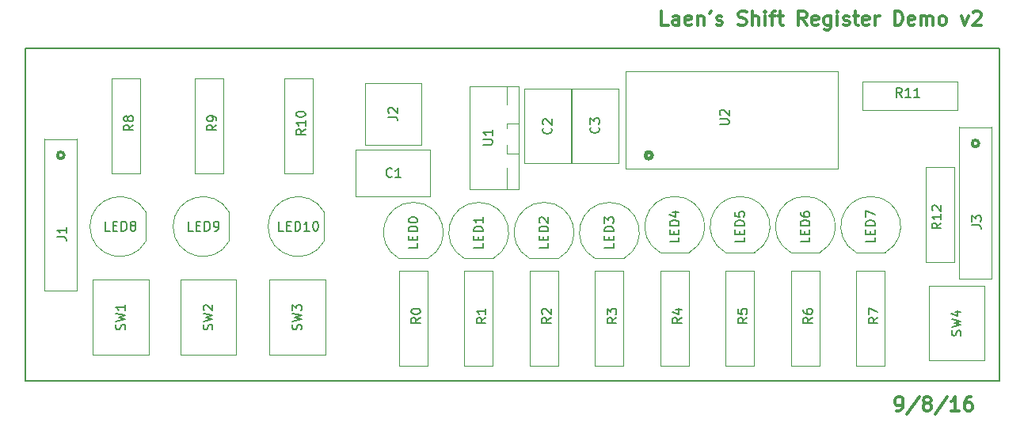
<source format=gbr>
G04 #@! TF.FileFunction,Other,Fab,Top*
%FSLAX46Y46*%
G04 Gerber Fmt 4.6, Leading zero omitted, Abs format (unit mm)*
G04 Created by KiCad (PCBNEW 4.0.3+e1-6302~38~ubuntu14.04.1-stable) date Thu Sep  8 17:13:21 2016*
%MOMM*%
%LPD*%
G01*
G04 APERTURE LIST*
%ADD10C,0.100000*%
%ADD11C,0.300000*%
%ADD12C,0.150000*%
%ADD13C,0.050000*%
%ADD14C,0.400000*%
G04 APERTURE END LIST*
D10*
D11*
X150813000Y-120401471D02*
X151098715Y-120401471D01*
X151241572Y-120330043D01*
X151313000Y-120258614D01*
X151455858Y-120044329D01*
X151527286Y-119758614D01*
X151527286Y-119187186D01*
X151455858Y-119044329D01*
X151384429Y-118972900D01*
X151241572Y-118901471D01*
X150955858Y-118901471D01*
X150813000Y-118972900D01*
X150741572Y-119044329D01*
X150670143Y-119187186D01*
X150670143Y-119544329D01*
X150741572Y-119687186D01*
X150813000Y-119758614D01*
X150955858Y-119830043D01*
X151241572Y-119830043D01*
X151384429Y-119758614D01*
X151455858Y-119687186D01*
X151527286Y-119544329D01*
X153241571Y-118830043D02*
X151955857Y-120758614D01*
X153955858Y-119544329D02*
X153813000Y-119472900D01*
X153741572Y-119401471D01*
X153670143Y-119258614D01*
X153670143Y-119187186D01*
X153741572Y-119044329D01*
X153813000Y-118972900D01*
X153955858Y-118901471D01*
X154241572Y-118901471D01*
X154384429Y-118972900D01*
X154455858Y-119044329D01*
X154527286Y-119187186D01*
X154527286Y-119258614D01*
X154455858Y-119401471D01*
X154384429Y-119472900D01*
X154241572Y-119544329D01*
X153955858Y-119544329D01*
X153813000Y-119615757D01*
X153741572Y-119687186D01*
X153670143Y-119830043D01*
X153670143Y-120115757D01*
X153741572Y-120258614D01*
X153813000Y-120330043D01*
X153955858Y-120401471D01*
X154241572Y-120401471D01*
X154384429Y-120330043D01*
X154455858Y-120258614D01*
X154527286Y-120115757D01*
X154527286Y-119830043D01*
X154455858Y-119687186D01*
X154384429Y-119615757D01*
X154241572Y-119544329D01*
X156241571Y-118830043D02*
X154955857Y-120758614D01*
X157527286Y-120401471D02*
X156670143Y-120401471D01*
X157098715Y-120401471D02*
X157098715Y-118901471D01*
X156955858Y-119115757D01*
X156813000Y-119258614D01*
X156670143Y-119330043D01*
X158813000Y-118901471D02*
X158527286Y-118901471D01*
X158384429Y-118972900D01*
X158313000Y-119044329D01*
X158170143Y-119258614D01*
X158098714Y-119544329D01*
X158098714Y-120115757D01*
X158170143Y-120258614D01*
X158241571Y-120330043D01*
X158384429Y-120401471D01*
X158670143Y-120401471D01*
X158813000Y-120330043D01*
X158884429Y-120258614D01*
X158955857Y-120115757D01*
X158955857Y-119758614D01*
X158884429Y-119615757D01*
X158813000Y-119544329D01*
X158670143Y-119472900D01*
X158384429Y-119472900D01*
X158241571Y-119544329D01*
X158170143Y-119615757D01*
X158098714Y-119758614D01*
X126426572Y-79126471D02*
X125712286Y-79126471D01*
X125712286Y-77626471D01*
X127569429Y-79126471D02*
X127569429Y-78340757D01*
X127498000Y-78197900D01*
X127355143Y-78126471D01*
X127069429Y-78126471D01*
X126926572Y-78197900D01*
X127569429Y-79055043D02*
X127426572Y-79126471D01*
X127069429Y-79126471D01*
X126926572Y-79055043D01*
X126855143Y-78912186D01*
X126855143Y-78769329D01*
X126926572Y-78626471D01*
X127069429Y-78555043D01*
X127426572Y-78555043D01*
X127569429Y-78483614D01*
X128855143Y-79055043D02*
X128712286Y-79126471D01*
X128426572Y-79126471D01*
X128283715Y-79055043D01*
X128212286Y-78912186D01*
X128212286Y-78340757D01*
X128283715Y-78197900D01*
X128426572Y-78126471D01*
X128712286Y-78126471D01*
X128855143Y-78197900D01*
X128926572Y-78340757D01*
X128926572Y-78483614D01*
X128212286Y-78626471D01*
X129569429Y-78126471D02*
X129569429Y-79126471D01*
X129569429Y-78269329D02*
X129640857Y-78197900D01*
X129783715Y-78126471D01*
X129998000Y-78126471D01*
X130140857Y-78197900D01*
X130212286Y-78340757D01*
X130212286Y-79126471D01*
X130998000Y-77626471D02*
X130855143Y-77912186D01*
X131569429Y-79055043D02*
X131712286Y-79126471D01*
X131998001Y-79126471D01*
X132140858Y-79055043D01*
X132212286Y-78912186D01*
X132212286Y-78840757D01*
X132140858Y-78697900D01*
X131998001Y-78626471D01*
X131783715Y-78626471D01*
X131640858Y-78555043D01*
X131569429Y-78412186D01*
X131569429Y-78340757D01*
X131640858Y-78197900D01*
X131783715Y-78126471D01*
X131998001Y-78126471D01*
X132140858Y-78197900D01*
X133926572Y-79055043D02*
X134140858Y-79126471D01*
X134498001Y-79126471D01*
X134640858Y-79055043D01*
X134712287Y-78983614D01*
X134783715Y-78840757D01*
X134783715Y-78697900D01*
X134712287Y-78555043D01*
X134640858Y-78483614D01*
X134498001Y-78412186D01*
X134212287Y-78340757D01*
X134069429Y-78269329D01*
X133998001Y-78197900D01*
X133926572Y-78055043D01*
X133926572Y-77912186D01*
X133998001Y-77769329D01*
X134069429Y-77697900D01*
X134212287Y-77626471D01*
X134569429Y-77626471D01*
X134783715Y-77697900D01*
X135426572Y-79126471D02*
X135426572Y-77626471D01*
X136069429Y-79126471D02*
X136069429Y-78340757D01*
X135998000Y-78197900D01*
X135855143Y-78126471D01*
X135640858Y-78126471D01*
X135498000Y-78197900D01*
X135426572Y-78269329D01*
X136783715Y-79126471D02*
X136783715Y-78126471D01*
X136783715Y-77626471D02*
X136712286Y-77697900D01*
X136783715Y-77769329D01*
X136855143Y-77697900D01*
X136783715Y-77626471D01*
X136783715Y-77769329D01*
X137283715Y-78126471D02*
X137855144Y-78126471D01*
X137498001Y-79126471D02*
X137498001Y-77840757D01*
X137569429Y-77697900D01*
X137712287Y-77626471D01*
X137855144Y-77626471D01*
X138140858Y-78126471D02*
X138712287Y-78126471D01*
X138355144Y-77626471D02*
X138355144Y-78912186D01*
X138426572Y-79055043D01*
X138569430Y-79126471D01*
X138712287Y-79126471D01*
X141212287Y-79126471D02*
X140712287Y-78412186D01*
X140355144Y-79126471D02*
X140355144Y-77626471D01*
X140926572Y-77626471D01*
X141069430Y-77697900D01*
X141140858Y-77769329D01*
X141212287Y-77912186D01*
X141212287Y-78126471D01*
X141140858Y-78269329D01*
X141069430Y-78340757D01*
X140926572Y-78412186D01*
X140355144Y-78412186D01*
X142426572Y-79055043D02*
X142283715Y-79126471D01*
X141998001Y-79126471D01*
X141855144Y-79055043D01*
X141783715Y-78912186D01*
X141783715Y-78340757D01*
X141855144Y-78197900D01*
X141998001Y-78126471D01*
X142283715Y-78126471D01*
X142426572Y-78197900D01*
X142498001Y-78340757D01*
X142498001Y-78483614D01*
X141783715Y-78626471D01*
X143783715Y-78126471D02*
X143783715Y-79340757D01*
X143712286Y-79483614D01*
X143640858Y-79555043D01*
X143498001Y-79626471D01*
X143283715Y-79626471D01*
X143140858Y-79555043D01*
X143783715Y-79055043D02*
X143640858Y-79126471D01*
X143355144Y-79126471D01*
X143212286Y-79055043D01*
X143140858Y-78983614D01*
X143069429Y-78840757D01*
X143069429Y-78412186D01*
X143140858Y-78269329D01*
X143212286Y-78197900D01*
X143355144Y-78126471D01*
X143640858Y-78126471D01*
X143783715Y-78197900D01*
X144498001Y-79126471D02*
X144498001Y-78126471D01*
X144498001Y-77626471D02*
X144426572Y-77697900D01*
X144498001Y-77769329D01*
X144569429Y-77697900D01*
X144498001Y-77626471D01*
X144498001Y-77769329D01*
X145140858Y-79055043D02*
X145283715Y-79126471D01*
X145569430Y-79126471D01*
X145712287Y-79055043D01*
X145783715Y-78912186D01*
X145783715Y-78840757D01*
X145712287Y-78697900D01*
X145569430Y-78626471D01*
X145355144Y-78626471D01*
X145212287Y-78555043D01*
X145140858Y-78412186D01*
X145140858Y-78340757D01*
X145212287Y-78197900D01*
X145355144Y-78126471D01*
X145569430Y-78126471D01*
X145712287Y-78197900D01*
X146212287Y-78126471D02*
X146783716Y-78126471D01*
X146426573Y-77626471D02*
X146426573Y-78912186D01*
X146498001Y-79055043D01*
X146640859Y-79126471D01*
X146783716Y-79126471D01*
X147855144Y-79055043D02*
X147712287Y-79126471D01*
X147426573Y-79126471D01*
X147283716Y-79055043D01*
X147212287Y-78912186D01*
X147212287Y-78340757D01*
X147283716Y-78197900D01*
X147426573Y-78126471D01*
X147712287Y-78126471D01*
X147855144Y-78197900D01*
X147926573Y-78340757D01*
X147926573Y-78483614D01*
X147212287Y-78626471D01*
X148569430Y-79126471D02*
X148569430Y-78126471D01*
X148569430Y-78412186D02*
X148640858Y-78269329D01*
X148712287Y-78197900D01*
X148855144Y-78126471D01*
X148998001Y-78126471D01*
X150640858Y-79126471D02*
X150640858Y-77626471D01*
X150998001Y-77626471D01*
X151212286Y-77697900D01*
X151355144Y-77840757D01*
X151426572Y-77983614D01*
X151498001Y-78269329D01*
X151498001Y-78483614D01*
X151426572Y-78769329D01*
X151355144Y-78912186D01*
X151212286Y-79055043D01*
X150998001Y-79126471D01*
X150640858Y-79126471D01*
X152712286Y-79055043D02*
X152569429Y-79126471D01*
X152283715Y-79126471D01*
X152140858Y-79055043D01*
X152069429Y-78912186D01*
X152069429Y-78340757D01*
X152140858Y-78197900D01*
X152283715Y-78126471D01*
X152569429Y-78126471D01*
X152712286Y-78197900D01*
X152783715Y-78340757D01*
X152783715Y-78483614D01*
X152069429Y-78626471D01*
X153426572Y-79126471D02*
X153426572Y-78126471D01*
X153426572Y-78269329D02*
X153498000Y-78197900D01*
X153640858Y-78126471D01*
X153855143Y-78126471D01*
X153998000Y-78197900D01*
X154069429Y-78340757D01*
X154069429Y-79126471D01*
X154069429Y-78340757D02*
X154140858Y-78197900D01*
X154283715Y-78126471D01*
X154498000Y-78126471D01*
X154640858Y-78197900D01*
X154712286Y-78340757D01*
X154712286Y-79126471D01*
X155640858Y-79126471D02*
X155498000Y-79055043D01*
X155426572Y-78983614D01*
X155355143Y-78840757D01*
X155355143Y-78412186D01*
X155426572Y-78269329D01*
X155498000Y-78197900D01*
X155640858Y-78126471D01*
X155855143Y-78126471D01*
X155998000Y-78197900D01*
X156069429Y-78269329D01*
X156140858Y-78412186D01*
X156140858Y-78840757D01*
X156069429Y-78983614D01*
X155998000Y-79055043D01*
X155855143Y-79126471D01*
X155640858Y-79126471D01*
X157783715Y-78126471D02*
X158140858Y-79126471D01*
X158498000Y-78126471D01*
X158998000Y-77769329D02*
X159069429Y-77697900D01*
X159212286Y-77626471D01*
X159569429Y-77626471D01*
X159712286Y-77697900D01*
X159783715Y-77769329D01*
X159855143Y-77912186D01*
X159855143Y-78055043D01*
X159783715Y-78269329D01*
X158926572Y-79126471D01*
X159855143Y-79126471D01*
D12*
X57658000Y-81622900D02*
X161798000Y-81622900D01*
X57658000Y-117182900D02*
X57658000Y-81622900D01*
X161798000Y-117182900D02*
X57658000Y-117182900D01*
X161798000Y-81622900D02*
X161798000Y-117182900D01*
D13*
X100988000Y-97457900D02*
X92988000Y-97457900D01*
X100988000Y-92457900D02*
X100988000Y-97457900D01*
X92988000Y-92457900D02*
X100988000Y-92457900D01*
X92988000Y-97457900D02*
X92988000Y-92457900D01*
X132541068Y-103441149D02*
G75*
G02X135644228Y-103442900I1553160J2798249D01*
G01*
X132544228Y-103442900D02*
X135644228Y-103442900D01*
X111038000Y-93917900D02*
X111038000Y-85917900D01*
X116038000Y-93917900D02*
X111038000Y-93917900D01*
X116038000Y-85917900D02*
X116038000Y-93917900D01*
X111038000Y-85917900D02*
X116038000Y-85917900D01*
X121118000Y-85917900D02*
X121118000Y-93917900D01*
X116118000Y-85917900D02*
X121118000Y-85917900D01*
X116118000Y-93917900D02*
X116118000Y-85917900D01*
X121118000Y-93917900D02*
X116118000Y-93917900D01*
D11*
X61827210Y-93052900D02*
G75*
G03X61827210Y-93052900I-359210J0D01*
G01*
D13*
X59718000Y-91302900D02*
X59718000Y-107502900D01*
X59708000Y-91312900D02*
X63208000Y-91312900D01*
X63198000Y-91292900D02*
X63198000Y-107492900D01*
X59698000Y-107482900D02*
X63198000Y-107482900D01*
X100048000Y-85307900D02*
X100040440Y-91907900D01*
X100048000Y-85307900D02*
X93998000Y-85307900D01*
X100048000Y-91907900D02*
X93998000Y-91907900D01*
X93998000Y-85307900D02*
X93998000Y-91907900D01*
D11*
X159617210Y-91782900D02*
G75*
G03X159617210Y-91782900I-359210J0D01*
G01*
D13*
X157508000Y-90032900D02*
X157508000Y-106232900D01*
X157498000Y-90042900D02*
X160998000Y-90042900D01*
X160988000Y-90022900D02*
X160988000Y-106222900D01*
X157488000Y-106212900D02*
X160988000Y-106212900D01*
X97645228Y-115566936D02*
X97645228Y-105406936D01*
X100693228Y-115566936D02*
X97645228Y-115566936D01*
X100693228Y-105406936D02*
X100693228Y-115566936D01*
X97645228Y-105406936D02*
X100693228Y-105406936D01*
X104630228Y-115566936D02*
X104630228Y-105406936D01*
X107678228Y-115566936D02*
X104630228Y-115566936D01*
X107678228Y-105406936D02*
X107678228Y-115566936D01*
X104630228Y-105406936D02*
X107678228Y-105406936D01*
X111615228Y-115566936D02*
X111615228Y-105406936D01*
X114663228Y-115566936D02*
X111615228Y-115566936D01*
X114663228Y-105406936D02*
X114663228Y-115566936D01*
X111615228Y-105406936D02*
X114663228Y-105406936D01*
X118600228Y-115566936D02*
X118600228Y-105406936D01*
X121648228Y-115566936D02*
X118600228Y-115566936D01*
X121648228Y-105406936D02*
X121648228Y-115566936D01*
X118600228Y-105406936D02*
X121648228Y-105406936D01*
X125585228Y-115566936D02*
X125585228Y-105406936D01*
X128633228Y-115566936D02*
X125585228Y-115566936D01*
X128633228Y-105406936D02*
X128633228Y-115566936D01*
X125585228Y-105406936D02*
X128633228Y-105406936D01*
X132570228Y-115566936D02*
X132570228Y-105406936D01*
X135618228Y-115566936D02*
X132570228Y-115566936D01*
X135618228Y-105406936D02*
X135618228Y-115566936D01*
X132570228Y-105406936D02*
X135618228Y-105406936D01*
X139555228Y-115566936D02*
X139555228Y-105406936D01*
X142603228Y-115566936D02*
X139555228Y-115566936D01*
X142603228Y-105406936D02*
X142603228Y-115566936D01*
X139555228Y-105406936D02*
X142603228Y-105406936D01*
X146540228Y-115566936D02*
X146540228Y-105406936D01*
X149588228Y-115566936D02*
X146540228Y-115566936D01*
X149588228Y-105406936D02*
X149588228Y-115566936D01*
X146540228Y-105406936D02*
X149588228Y-105406936D01*
X66929000Y-94957900D02*
X66929000Y-84797900D01*
X69977000Y-94957900D02*
X66929000Y-94957900D01*
X69977000Y-84797900D02*
X69977000Y-94957900D01*
X66929000Y-84797900D02*
X69977000Y-84797900D01*
X75819000Y-94957900D02*
X75819000Y-84797900D01*
X78867000Y-94957900D02*
X75819000Y-94957900D01*
X78867000Y-84797900D02*
X78867000Y-94957900D01*
X75819000Y-84797900D02*
X78867000Y-84797900D01*
X85344000Y-94957900D02*
X85344000Y-84797900D01*
X88392000Y-94957900D02*
X85344000Y-94957900D01*
X88392000Y-84797900D02*
X88392000Y-94957900D01*
X85344000Y-84797900D02*
X88392000Y-84797900D01*
X157353000Y-88226900D02*
X147193000Y-88226900D01*
X157353000Y-85178900D02*
X157353000Y-88226900D01*
X147193000Y-85178900D02*
X157353000Y-85178900D01*
X147193000Y-88226900D02*
X147193000Y-85178900D01*
X156972000Y-94322900D02*
X156972000Y-104482900D01*
X153924000Y-94322900D02*
X156972000Y-94322900D01*
X153924000Y-104482900D02*
X153924000Y-94322900D01*
X156972000Y-104482900D02*
X153924000Y-104482900D01*
X70913000Y-106372900D02*
X64913000Y-106372900D01*
X70913000Y-114372900D02*
X70913000Y-106372900D01*
X64913000Y-114372900D02*
X70913000Y-114372900D01*
X64913000Y-106372900D02*
X64913000Y-114372900D01*
X80248000Y-106372900D02*
X74248000Y-106372900D01*
X80248000Y-114372900D02*
X80248000Y-106372900D01*
X74248000Y-114372900D02*
X80248000Y-114372900D01*
X74248000Y-106372900D02*
X74248000Y-114372900D01*
X89773000Y-106372900D02*
X83773000Y-106372900D01*
X89773000Y-114372900D02*
X89773000Y-106372900D01*
X83773000Y-114372900D02*
X89773000Y-114372900D01*
X83773000Y-106372900D02*
X83773000Y-114372900D01*
X154258000Y-115007900D02*
X160258000Y-115007900D01*
X154258000Y-107007900D02*
X154258000Y-115007900D01*
X160258000Y-107007900D02*
X154258000Y-107007900D01*
X160258000Y-115007900D02*
X160258000Y-107007900D01*
X109188000Y-87647900D02*
X109188000Y-85647900D01*
X109188000Y-89647900D02*
X110438000Y-89647900D01*
X109188000Y-90147900D02*
X109188000Y-89647900D01*
X109188000Y-92897900D02*
X110438000Y-92897900D01*
X109188000Y-92897900D02*
X109188000Y-91897900D01*
X109188000Y-96647900D02*
X109188000Y-94397900D01*
X110188000Y-96647900D02*
X110438000Y-96647900D01*
X110438000Y-96647900D02*
X110438000Y-85647900D01*
X105188000Y-85647900D02*
X110438000Y-85647900D01*
X105188000Y-96647900D02*
X105188000Y-85647900D01*
X105438000Y-96647900D02*
X105188000Y-96647900D01*
X110188000Y-96647900D02*
X105438000Y-96647900D01*
D14*
X124692210Y-93052900D02*
G75*
G03X124692210Y-93052900I-359210J0D01*
G01*
D13*
X121883000Y-84052900D02*
X144583000Y-84052900D01*
X144583000Y-94452900D02*
X144583000Y-84052900D01*
X121883000Y-94452900D02*
X144583000Y-94452900D01*
X121883000Y-94452900D02*
X121883000Y-84052900D01*
X146511068Y-103441149D02*
G75*
G02X149614228Y-103442900I1553160J2798249D01*
G01*
X146514228Y-103442900D02*
X149614228Y-103442900D01*
X139526068Y-103441149D02*
G75*
G02X142629228Y-103442900I1553160J2798249D01*
G01*
X139529228Y-103442900D02*
X142629228Y-103442900D01*
X125556068Y-103441149D02*
G75*
G02X128659228Y-103442900I1553160J2798249D01*
G01*
X125559228Y-103442900D02*
X128659228Y-103442900D01*
X118571068Y-104076149D02*
G75*
G02X121674228Y-104077900I1553160J2798249D01*
G01*
X118574228Y-104077900D02*
X121674228Y-104077900D01*
X111586068Y-104076149D02*
G75*
G02X114689228Y-104077900I1553160J2798249D01*
G01*
X111589228Y-104077900D02*
X114689228Y-104077900D01*
X104601068Y-104076149D02*
G75*
G02X107704228Y-104077900I1553160J2798249D01*
G01*
X104604228Y-104077900D02*
X107704228Y-104077900D01*
X97616068Y-104076149D02*
G75*
G02X100719228Y-104077900I1553160J2798249D01*
G01*
X97619228Y-104077900D02*
X100719228Y-104077900D01*
X89636249Y-102226060D02*
G75*
G02X89638000Y-99122900I-2798249J1553160D01*
G01*
X89638000Y-102222900D02*
X89638000Y-99122900D01*
X79476249Y-102226060D02*
G75*
G02X79478000Y-99122900I-2798249J1553160D01*
G01*
X79478000Y-102222900D02*
X79478000Y-99122900D01*
X70586249Y-102226060D02*
G75*
G02X70588000Y-99122900I-2798249J1553160D01*
G01*
X70588000Y-102222900D02*
X70588000Y-99122900D01*
D12*
X96871334Y-95315043D02*
X96823715Y-95362662D01*
X96680858Y-95410281D01*
X96585620Y-95410281D01*
X96442762Y-95362662D01*
X96347524Y-95267424D01*
X96299905Y-95172186D01*
X96252286Y-94981710D01*
X96252286Y-94838852D01*
X96299905Y-94648376D01*
X96347524Y-94553138D01*
X96442762Y-94457900D01*
X96585620Y-94410281D01*
X96680858Y-94410281D01*
X96823715Y-94457900D01*
X96871334Y-94505519D01*
X97823715Y-95410281D02*
X97252286Y-95410281D01*
X97538000Y-95410281D02*
X97538000Y-94410281D01*
X97442762Y-94553138D01*
X97347524Y-94648376D01*
X97252286Y-94695995D01*
X134546609Y-101811947D02*
X134546609Y-102288138D01*
X133546609Y-102288138D01*
X134022799Y-101478614D02*
X134022799Y-101145280D01*
X134546609Y-101002423D02*
X134546609Y-101478614D01*
X133546609Y-101478614D01*
X133546609Y-101002423D01*
X134546609Y-100573852D02*
X133546609Y-100573852D01*
X133546609Y-100335757D01*
X133594228Y-100192899D01*
X133689466Y-100097661D01*
X133784704Y-100050042D01*
X133975180Y-100002423D01*
X134118038Y-100002423D01*
X134308514Y-100050042D01*
X134403752Y-100097661D01*
X134498990Y-100192899D01*
X134546609Y-100335757D01*
X134546609Y-100573852D01*
X133546609Y-99097661D02*
X133546609Y-99573852D01*
X134022799Y-99621471D01*
X133975180Y-99573852D01*
X133927561Y-99478614D01*
X133927561Y-99240518D01*
X133975180Y-99145280D01*
X134022799Y-99097661D01*
X134118038Y-99050042D01*
X134356133Y-99050042D01*
X134451371Y-99097661D01*
X134498990Y-99145280D01*
X134546609Y-99240518D01*
X134546609Y-99478614D01*
X134498990Y-99573852D01*
X134451371Y-99621471D01*
X113895143Y-90134566D02*
X113942762Y-90182185D01*
X113990381Y-90325042D01*
X113990381Y-90420280D01*
X113942762Y-90563138D01*
X113847524Y-90658376D01*
X113752286Y-90705995D01*
X113561810Y-90753614D01*
X113418952Y-90753614D01*
X113228476Y-90705995D01*
X113133238Y-90658376D01*
X113038000Y-90563138D01*
X112990381Y-90420280D01*
X112990381Y-90325042D01*
X113038000Y-90182185D01*
X113085619Y-90134566D01*
X113085619Y-89753614D02*
X113038000Y-89705995D01*
X112990381Y-89610757D01*
X112990381Y-89372661D01*
X113038000Y-89277423D01*
X113085619Y-89229804D01*
X113180857Y-89182185D01*
X113276095Y-89182185D01*
X113418952Y-89229804D01*
X113990381Y-89801233D01*
X113990381Y-89182185D01*
X118975143Y-90034566D02*
X119022762Y-90082185D01*
X119070381Y-90225042D01*
X119070381Y-90320280D01*
X119022762Y-90463138D01*
X118927524Y-90558376D01*
X118832286Y-90605995D01*
X118641810Y-90653614D01*
X118498952Y-90653614D01*
X118308476Y-90605995D01*
X118213238Y-90558376D01*
X118118000Y-90463138D01*
X118070381Y-90320280D01*
X118070381Y-90225042D01*
X118118000Y-90082185D01*
X118165619Y-90034566D01*
X118070381Y-89701233D02*
X118070381Y-89082185D01*
X118451333Y-89415519D01*
X118451333Y-89272661D01*
X118498952Y-89177423D01*
X118546571Y-89129804D01*
X118641810Y-89082185D01*
X118879905Y-89082185D01*
X118975143Y-89129804D01*
X119022762Y-89177423D01*
X119070381Y-89272661D01*
X119070381Y-89558376D01*
X119022762Y-89653614D01*
X118975143Y-89701233D01*
X61090381Y-101776233D02*
X61804667Y-101776233D01*
X61947524Y-101823853D01*
X62042762Y-101919091D01*
X62090381Y-102061948D01*
X62090381Y-102157186D01*
X62090381Y-100776233D02*
X62090381Y-101347662D01*
X62090381Y-101061948D02*
X61090381Y-101061948D01*
X61233238Y-101157186D01*
X61328476Y-101252424D01*
X61376095Y-101347662D01*
X96480381Y-88941233D02*
X97194667Y-88941233D01*
X97337524Y-88988853D01*
X97432762Y-89084091D01*
X97480381Y-89226948D01*
X97480381Y-89322186D01*
X96575619Y-88512662D02*
X96528000Y-88465043D01*
X96480381Y-88369805D01*
X96480381Y-88131709D01*
X96528000Y-88036471D01*
X96575619Y-87988852D01*
X96670857Y-87941233D01*
X96766095Y-87941233D01*
X96908952Y-87988852D01*
X97480381Y-88560281D01*
X97480381Y-87941233D01*
X158880381Y-100506233D02*
X159594667Y-100506233D01*
X159737524Y-100553853D01*
X159832762Y-100649091D01*
X159880381Y-100791948D01*
X159880381Y-100887186D01*
X158880381Y-100125281D02*
X158880381Y-99506233D01*
X159261333Y-99839567D01*
X159261333Y-99696709D01*
X159308952Y-99601471D01*
X159356571Y-99553852D01*
X159451810Y-99506233D01*
X159689905Y-99506233D01*
X159785143Y-99553852D01*
X159832762Y-99601471D01*
X159880381Y-99696709D01*
X159880381Y-99982424D01*
X159832762Y-100077662D01*
X159785143Y-100125281D01*
X99931489Y-110404682D02*
X99455298Y-110738016D01*
X99931489Y-110976111D02*
X98931489Y-110976111D01*
X98931489Y-110595158D01*
X98979108Y-110499920D01*
X99026727Y-110452301D01*
X99121965Y-110404682D01*
X99264822Y-110404682D01*
X99360060Y-110452301D01*
X99407679Y-110499920D01*
X99455298Y-110595158D01*
X99455298Y-110976111D01*
X98931489Y-109785635D02*
X98931489Y-109690396D01*
X98979108Y-109595158D01*
X99026727Y-109547539D01*
X99121965Y-109499920D01*
X99312441Y-109452301D01*
X99550537Y-109452301D01*
X99741013Y-109499920D01*
X99836251Y-109547539D01*
X99883870Y-109595158D01*
X99931489Y-109690396D01*
X99931489Y-109785635D01*
X99883870Y-109880873D01*
X99836251Y-109928492D01*
X99741013Y-109976111D01*
X99550537Y-110023730D01*
X99312441Y-110023730D01*
X99121965Y-109976111D01*
X99026727Y-109928492D01*
X98979108Y-109880873D01*
X98931489Y-109785635D01*
X106916489Y-110404682D02*
X106440298Y-110738016D01*
X106916489Y-110976111D02*
X105916489Y-110976111D01*
X105916489Y-110595158D01*
X105964108Y-110499920D01*
X106011727Y-110452301D01*
X106106965Y-110404682D01*
X106249822Y-110404682D01*
X106345060Y-110452301D01*
X106392679Y-110499920D01*
X106440298Y-110595158D01*
X106440298Y-110976111D01*
X106916489Y-109452301D02*
X106916489Y-110023730D01*
X106916489Y-109738016D02*
X105916489Y-109738016D01*
X106059346Y-109833254D01*
X106154584Y-109928492D01*
X106202203Y-110023730D01*
X113901489Y-110404682D02*
X113425298Y-110738016D01*
X113901489Y-110976111D02*
X112901489Y-110976111D01*
X112901489Y-110595158D01*
X112949108Y-110499920D01*
X112996727Y-110452301D01*
X113091965Y-110404682D01*
X113234822Y-110404682D01*
X113330060Y-110452301D01*
X113377679Y-110499920D01*
X113425298Y-110595158D01*
X113425298Y-110976111D01*
X112996727Y-110023730D02*
X112949108Y-109976111D01*
X112901489Y-109880873D01*
X112901489Y-109642777D01*
X112949108Y-109547539D01*
X112996727Y-109499920D01*
X113091965Y-109452301D01*
X113187203Y-109452301D01*
X113330060Y-109499920D01*
X113901489Y-110071349D01*
X113901489Y-109452301D01*
X120886489Y-110404682D02*
X120410298Y-110738016D01*
X120886489Y-110976111D02*
X119886489Y-110976111D01*
X119886489Y-110595158D01*
X119934108Y-110499920D01*
X119981727Y-110452301D01*
X120076965Y-110404682D01*
X120219822Y-110404682D01*
X120315060Y-110452301D01*
X120362679Y-110499920D01*
X120410298Y-110595158D01*
X120410298Y-110976111D01*
X119886489Y-110071349D02*
X119886489Y-109452301D01*
X120267441Y-109785635D01*
X120267441Y-109642777D01*
X120315060Y-109547539D01*
X120362679Y-109499920D01*
X120457918Y-109452301D01*
X120696013Y-109452301D01*
X120791251Y-109499920D01*
X120838870Y-109547539D01*
X120886489Y-109642777D01*
X120886489Y-109928492D01*
X120838870Y-110023730D01*
X120791251Y-110071349D01*
X127871489Y-110404682D02*
X127395298Y-110738016D01*
X127871489Y-110976111D02*
X126871489Y-110976111D01*
X126871489Y-110595158D01*
X126919108Y-110499920D01*
X126966727Y-110452301D01*
X127061965Y-110404682D01*
X127204822Y-110404682D01*
X127300060Y-110452301D01*
X127347679Y-110499920D01*
X127395298Y-110595158D01*
X127395298Y-110976111D01*
X127204822Y-109547539D02*
X127871489Y-109547539D01*
X126823870Y-109785635D02*
X127538156Y-110023730D01*
X127538156Y-109404682D01*
X134856489Y-110404682D02*
X134380298Y-110738016D01*
X134856489Y-110976111D02*
X133856489Y-110976111D01*
X133856489Y-110595158D01*
X133904108Y-110499920D01*
X133951727Y-110452301D01*
X134046965Y-110404682D01*
X134189822Y-110404682D01*
X134285060Y-110452301D01*
X134332679Y-110499920D01*
X134380298Y-110595158D01*
X134380298Y-110976111D01*
X133856489Y-109499920D02*
X133856489Y-109976111D01*
X134332679Y-110023730D01*
X134285060Y-109976111D01*
X134237441Y-109880873D01*
X134237441Y-109642777D01*
X134285060Y-109547539D01*
X134332679Y-109499920D01*
X134427918Y-109452301D01*
X134666013Y-109452301D01*
X134761251Y-109499920D01*
X134808870Y-109547539D01*
X134856489Y-109642777D01*
X134856489Y-109880873D01*
X134808870Y-109976111D01*
X134761251Y-110023730D01*
X141841489Y-110404682D02*
X141365298Y-110738016D01*
X141841489Y-110976111D02*
X140841489Y-110976111D01*
X140841489Y-110595158D01*
X140889108Y-110499920D01*
X140936727Y-110452301D01*
X141031965Y-110404682D01*
X141174822Y-110404682D01*
X141270060Y-110452301D01*
X141317679Y-110499920D01*
X141365298Y-110595158D01*
X141365298Y-110976111D01*
X140841489Y-109547539D02*
X140841489Y-109738016D01*
X140889108Y-109833254D01*
X140936727Y-109880873D01*
X141079584Y-109976111D01*
X141270060Y-110023730D01*
X141651013Y-110023730D01*
X141746251Y-109976111D01*
X141793870Y-109928492D01*
X141841489Y-109833254D01*
X141841489Y-109642777D01*
X141793870Y-109547539D01*
X141746251Y-109499920D01*
X141651013Y-109452301D01*
X141412918Y-109452301D01*
X141317679Y-109499920D01*
X141270060Y-109547539D01*
X141222441Y-109642777D01*
X141222441Y-109833254D01*
X141270060Y-109928492D01*
X141317679Y-109976111D01*
X141412918Y-110023730D01*
X148826489Y-110404682D02*
X148350298Y-110738016D01*
X148826489Y-110976111D02*
X147826489Y-110976111D01*
X147826489Y-110595158D01*
X147874108Y-110499920D01*
X147921727Y-110452301D01*
X148016965Y-110404682D01*
X148159822Y-110404682D01*
X148255060Y-110452301D01*
X148302679Y-110499920D01*
X148350298Y-110595158D01*
X148350298Y-110976111D01*
X147826489Y-110071349D02*
X147826489Y-109404682D01*
X148826489Y-109833254D01*
X69215261Y-89795646D02*
X68739070Y-90128980D01*
X69215261Y-90367075D02*
X68215261Y-90367075D01*
X68215261Y-89986122D01*
X68262880Y-89890884D01*
X68310499Y-89843265D01*
X68405737Y-89795646D01*
X68548594Y-89795646D01*
X68643832Y-89843265D01*
X68691451Y-89890884D01*
X68739070Y-89986122D01*
X68739070Y-90367075D01*
X68643832Y-89224218D02*
X68596213Y-89319456D01*
X68548594Y-89367075D01*
X68453356Y-89414694D01*
X68405737Y-89414694D01*
X68310499Y-89367075D01*
X68262880Y-89319456D01*
X68215261Y-89224218D01*
X68215261Y-89033741D01*
X68262880Y-88938503D01*
X68310499Y-88890884D01*
X68405737Y-88843265D01*
X68453356Y-88843265D01*
X68548594Y-88890884D01*
X68596213Y-88938503D01*
X68643832Y-89033741D01*
X68643832Y-89224218D01*
X68691451Y-89319456D01*
X68739070Y-89367075D01*
X68834309Y-89414694D01*
X69024785Y-89414694D01*
X69120023Y-89367075D01*
X69167642Y-89319456D01*
X69215261Y-89224218D01*
X69215261Y-89033741D01*
X69167642Y-88938503D01*
X69120023Y-88890884D01*
X69024785Y-88843265D01*
X68834309Y-88843265D01*
X68739070Y-88890884D01*
X68691451Y-88938503D01*
X68643832Y-89033741D01*
X78105261Y-89795646D02*
X77629070Y-90128980D01*
X78105261Y-90367075D02*
X77105261Y-90367075D01*
X77105261Y-89986122D01*
X77152880Y-89890884D01*
X77200499Y-89843265D01*
X77295737Y-89795646D01*
X77438594Y-89795646D01*
X77533832Y-89843265D01*
X77581451Y-89890884D01*
X77629070Y-89986122D01*
X77629070Y-90367075D01*
X78105261Y-89319456D02*
X78105261Y-89128980D01*
X78057642Y-89033741D01*
X78010023Y-88986122D01*
X77867166Y-88890884D01*
X77676690Y-88843265D01*
X77295737Y-88843265D01*
X77200499Y-88890884D01*
X77152880Y-88938503D01*
X77105261Y-89033741D01*
X77105261Y-89224218D01*
X77152880Y-89319456D01*
X77200499Y-89367075D01*
X77295737Y-89414694D01*
X77533832Y-89414694D01*
X77629070Y-89367075D01*
X77676690Y-89319456D01*
X77724309Y-89224218D01*
X77724309Y-89033741D01*
X77676690Y-88938503D01*
X77629070Y-88890884D01*
X77533832Y-88843265D01*
X87630261Y-90271837D02*
X87154070Y-90605171D01*
X87630261Y-90843266D02*
X86630261Y-90843266D01*
X86630261Y-90462313D01*
X86677880Y-90367075D01*
X86725499Y-90319456D01*
X86820737Y-90271837D01*
X86963594Y-90271837D01*
X87058832Y-90319456D01*
X87106451Y-90367075D01*
X87154070Y-90462313D01*
X87154070Y-90843266D01*
X87630261Y-89319456D02*
X87630261Y-89890885D01*
X87630261Y-89605171D02*
X86630261Y-89605171D01*
X86773118Y-89700409D01*
X86868356Y-89795647D01*
X86915975Y-89890885D01*
X86630261Y-88700409D02*
X86630261Y-88605170D01*
X86677880Y-88509932D01*
X86725499Y-88462313D01*
X86820737Y-88414694D01*
X87011213Y-88367075D01*
X87249309Y-88367075D01*
X87439785Y-88414694D01*
X87535023Y-88462313D01*
X87582642Y-88509932D01*
X87630261Y-88605170D01*
X87630261Y-88700409D01*
X87582642Y-88795647D01*
X87535023Y-88843266D01*
X87439785Y-88890885D01*
X87249309Y-88938504D01*
X87011213Y-88938504D01*
X86820737Y-88890885D01*
X86725499Y-88843266D01*
X86677880Y-88795647D01*
X86630261Y-88700409D01*
X151381223Y-86845401D02*
X151047889Y-86369210D01*
X150809794Y-86845401D02*
X150809794Y-85845401D01*
X151190747Y-85845401D01*
X151285985Y-85893020D01*
X151333604Y-85940639D01*
X151381223Y-86035877D01*
X151381223Y-86178734D01*
X151333604Y-86273972D01*
X151285985Y-86321591D01*
X151190747Y-86369210D01*
X150809794Y-86369210D01*
X152333604Y-86845401D02*
X151762175Y-86845401D01*
X152047889Y-86845401D02*
X152047889Y-85845401D01*
X151952651Y-85988258D01*
X151857413Y-86083496D01*
X151762175Y-86131115D01*
X153285985Y-86845401D02*
X152714556Y-86845401D01*
X153000270Y-86845401D02*
X153000270Y-85845401D01*
X152905032Y-85988258D01*
X152809794Y-86083496D01*
X152714556Y-86131115D01*
X155590501Y-100294677D02*
X155114310Y-100628011D01*
X155590501Y-100866106D02*
X154590501Y-100866106D01*
X154590501Y-100485153D01*
X154638120Y-100389915D01*
X154685739Y-100342296D01*
X154780977Y-100294677D01*
X154923834Y-100294677D01*
X155019072Y-100342296D01*
X155066691Y-100389915D01*
X155114310Y-100485153D01*
X155114310Y-100866106D01*
X155590501Y-99342296D02*
X155590501Y-99913725D01*
X155590501Y-99628011D02*
X154590501Y-99628011D01*
X154733358Y-99723249D01*
X154828596Y-99818487D01*
X154876215Y-99913725D01*
X154685739Y-98961344D02*
X154638120Y-98913725D01*
X154590501Y-98818487D01*
X154590501Y-98580391D01*
X154638120Y-98485153D01*
X154685739Y-98437534D01*
X154780977Y-98389915D01*
X154876215Y-98389915D01*
X155019072Y-98437534D01*
X155590501Y-99008963D01*
X155590501Y-98389915D01*
X68317762Y-111706233D02*
X68365381Y-111563376D01*
X68365381Y-111325280D01*
X68317762Y-111230042D01*
X68270143Y-111182423D01*
X68174905Y-111134804D01*
X68079667Y-111134804D01*
X67984429Y-111182423D01*
X67936810Y-111230042D01*
X67889190Y-111325280D01*
X67841571Y-111515757D01*
X67793952Y-111610995D01*
X67746333Y-111658614D01*
X67651095Y-111706233D01*
X67555857Y-111706233D01*
X67460619Y-111658614D01*
X67413000Y-111610995D01*
X67365381Y-111515757D01*
X67365381Y-111277661D01*
X67413000Y-111134804D01*
X67365381Y-110801471D02*
X68365381Y-110563376D01*
X67651095Y-110372899D01*
X68365381Y-110182423D01*
X67365381Y-109944328D01*
X68365381Y-109039566D02*
X68365381Y-109610995D01*
X68365381Y-109325281D02*
X67365381Y-109325281D01*
X67508238Y-109420519D01*
X67603476Y-109515757D01*
X67651095Y-109610995D01*
X77652762Y-111706233D02*
X77700381Y-111563376D01*
X77700381Y-111325280D01*
X77652762Y-111230042D01*
X77605143Y-111182423D01*
X77509905Y-111134804D01*
X77414667Y-111134804D01*
X77319429Y-111182423D01*
X77271810Y-111230042D01*
X77224190Y-111325280D01*
X77176571Y-111515757D01*
X77128952Y-111610995D01*
X77081333Y-111658614D01*
X76986095Y-111706233D01*
X76890857Y-111706233D01*
X76795619Y-111658614D01*
X76748000Y-111610995D01*
X76700381Y-111515757D01*
X76700381Y-111277661D01*
X76748000Y-111134804D01*
X76700381Y-110801471D02*
X77700381Y-110563376D01*
X76986095Y-110372899D01*
X77700381Y-110182423D01*
X76700381Y-109944328D01*
X76795619Y-109610995D02*
X76748000Y-109563376D01*
X76700381Y-109468138D01*
X76700381Y-109230042D01*
X76748000Y-109134804D01*
X76795619Y-109087185D01*
X76890857Y-109039566D01*
X76986095Y-109039566D01*
X77128952Y-109087185D01*
X77700381Y-109658614D01*
X77700381Y-109039566D01*
X87177762Y-111706233D02*
X87225381Y-111563376D01*
X87225381Y-111325280D01*
X87177762Y-111230042D01*
X87130143Y-111182423D01*
X87034905Y-111134804D01*
X86939667Y-111134804D01*
X86844429Y-111182423D01*
X86796810Y-111230042D01*
X86749190Y-111325280D01*
X86701571Y-111515757D01*
X86653952Y-111610995D01*
X86606333Y-111658614D01*
X86511095Y-111706233D01*
X86415857Y-111706233D01*
X86320619Y-111658614D01*
X86273000Y-111610995D01*
X86225381Y-111515757D01*
X86225381Y-111277661D01*
X86273000Y-111134804D01*
X86225381Y-110801471D02*
X87225381Y-110563376D01*
X86511095Y-110372899D01*
X87225381Y-110182423D01*
X86225381Y-109944328D01*
X86225381Y-109658614D02*
X86225381Y-109039566D01*
X86606333Y-109372900D01*
X86606333Y-109230042D01*
X86653952Y-109134804D01*
X86701571Y-109087185D01*
X86796810Y-109039566D01*
X87034905Y-109039566D01*
X87130143Y-109087185D01*
X87177762Y-109134804D01*
X87225381Y-109230042D01*
X87225381Y-109515757D01*
X87177762Y-109610995D01*
X87130143Y-109658614D01*
X157662762Y-112341233D02*
X157710381Y-112198376D01*
X157710381Y-111960280D01*
X157662762Y-111865042D01*
X157615143Y-111817423D01*
X157519905Y-111769804D01*
X157424667Y-111769804D01*
X157329429Y-111817423D01*
X157281810Y-111865042D01*
X157234190Y-111960280D01*
X157186571Y-112150757D01*
X157138952Y-112245995D01*
X157091333Y-112293614D01*
X156996095Y-112341233D01*
X156900857Y-112341233D01*
X156805619Y-112293614D01*
X156758000Y-112245995D01*
X156710381Y-112150757D01*
X156710381Y-111912661D01*
X156758000Y-111769804D01*
X156710381Y-111436471D02*
X157710381Y-111198376D01*
X156996095Y-111007899D01*
X157710381Y-110817423D01*
X156710381Y-110579328D01*
X157043714Y-109769804D02*
X157710381Y-109769804D01*
X156662762Y-110007900D02*
X157377048Y-110245995D01*
X157377048Y-109626947D01*
X106640381Y-91909805D02*
X107449905Y-91909805D01*
X107545143Y-91862186D01*
X107592762Y-91814567D01*
X107640381Y-91719329D01*
X107640381Y-91528852D01*
X107592762Y-91433614D01*
X107545143Y-91385995D01*
X107449905Y-91338376D01*
X106640381Y-91338376D01*
X107640381Y-90338376D02*
X107640381Y-90909805D01*
X107640381Y-90624091D02*
X106640381Y-90624091D01*
X106783238Y-90719329D01*
X106878476Y-90814567D01*
X106926095Y-90909805D01*
X131913381Y-89750805D02*
X132722905Y-89750805D01*
X132818143Y-89703186D01*
X132865762Y-89655567D01*
X132913381Y-89560329D01*
X132913381Y-89369852D01*
X132865762Y-89274614D01*
X132818143Y-89226995D01*
X132722905Y-89179376D01*
X131913381Y-89179376D01*
X132008619Y-88750805D02*
X131961000Y-88703186D01*
X131913381Y-88607948D01*
X131913381Y-88369852D01*
X131961000Y-88274614D01*
X132008619Y-88226995D01*
X132103857Y-88179376D01*
X132199095Y-88179376D01*
X132341952Y-88226995D01*
X132913381Y-88798424D01*
X132913381Y-88179376D01*
X148516609Y-101811947D02*
X148516609Y-102288138D01*
X147516609Y-102288138D01*
X147992799Y-101478614D02*
X147992799Y-101145280D01*
X148516609Y-101002423D02*
X148516609Y-101478614D01*
X147516609Y-101478614D01*
X147516609Y-101002423D01*
X148516609Y-100573852D02*
X147516609Y-100573852D01*
X147516609Y-100335757D01*
X147564228Y-100192899D01*
X147659466Y-100097661D01*
X147754704Y-100050042D01*
X147945180Y-100002423D01*
X148088038Y-100002423D01*
X148278514Y-100050042D01*
X148373752Y-100097661D01*
X148468990Y-100192899D01*
X148516609Y-100335757D01*
X148516609Y-100573852D01*
X147516609Y-99669090D02*
X147516609Y-99002423D01*
X148516609Y-99430995D01*
X141531609Y-101811947D02*
X141531609Y-102288138D01*
X140531609Y-102288138D01*
X141007799Y-101478614D02*
X141007799Y-101145280D01*
X141531609Y-101002423D02*
X141531609Y-101478614D01*
X140531609Y-101478614D01*
X140531609Y-101002423D01*
X141531609Y-100573852D02*
X140531609Y-100573852D01*
X140531609Y-100335757D01*
X140579228Y-100192899D01*
X140674466Y-100097661D01*
X140769704Y-100050042D01*
X140960180Y-100002423D01*
X141103038Y-100002423D01*
X141293514Y-100050042D01*
X141388752Y-100097661D01*
X141483990Y-100192899D01*
X141531609Y-100335757D01*
X141531609Y-100573852D01*
X140531609Y-99145280D02*
X140531609Y-99335757D01*
X140579228Y-99430995D01*
X140626847Y-99478614D01*
X140769704Y-99573852D01*
X140960180Y-99621471D01*
X141341133Y-99621471D01*
X141436371Y-99573852D01*
X141483990Y-99526233D01*
X141531609Y-99430995D01*
X141531609Y-99240518D01*
X141483990Y-99145280D01*
X141436371Y-99097661D01*
X141341133Y-99050042D01*
X141103038Y-99050042D01*
X141007799Y-99097661D01*
X140960180Y-99145280D01*
X140912561Y-99240518D01*
X140912561Y-99430995D01*
X140960180Y-99526233D01*
X141007799Y-99573852D01*
X141103038Y-99621471D01*
X127561609Y-101811947D02*
X127561609Y-102288138D01*
X126561609Y-102288138D01*
X127037799Y-101478614D02*
X127037799Y-101145280D01*
X127561609Y-101002423D02*
X127561609Y-101478614D01*
X126561609Y-101478614D01*
X126561609Y-101002423D01*
X127561609Y-100573852D02*
X126561609Y-100573852D01*
X126561609Y-100335757D01*
X126609228Y-100192899D01*
X126704466Y-100097661D01*
X126799704Y-100050042D01*
X126990180Y-100002423D01*
X127133038Y-100002423D01*
X127323514Y-100050042D01*
X127418752Y-100097661D01*
X127513990Y-100192899D01*
X127561609Y-100335757D01*
X127561609Y-100573852D01*
X126894942Y-99145280D02*
X127561609Y-99145280D01*
X126513990Y-99383376D02*
X127228276Y-99621471D01*
X127228276Y-99002423D01*
X120576609Y-102446947D02*
X120576609Y-102923138D01*
X119576609Y-102923138D01*
X120052799Y-102113614D02*
X120052799Y-101780280D01*
X120576609Y-101637423D02*
X120576609Y-102113614D01*
X119576609Y-102113614D01*
X119576609Y-101637423D01*
X120576609Y-101208852D02*
X119576609Y-101208852D01*
X119576609Y-100970757D01*
X119624228Y-100827899D01*
X119719466Y-100732661D01*
X119814704Y-100685042D01*
X120005180Y-100637423D01*
X120148038Y-100637423D01*
X120338514Y-100685042D01*
X120433752Y-100732661D01*
X120528990Y-100827899D01*
X120576609Y-100970757D01*
X120576609Y-101208852D01*
X119576609Y-100304090D02*
X119576609Y-99685042D01*
X119957561Y-100018376D01*
X119957561Y-99875518D01*
X120005180Y-99780280D01*
X120052799Y-99732661D01*
X120148038Y-99685042D01*
X120386133Y-99685042D01*
X120481371Y-99732661D01*
X120528990Y-99780280D01*
X120576609Y-99875518D01*
X120576609Y-100161233D01*
X120528990Y-100256471D01*
X120481371Y-100304090D01*
X113591609Y-102446947D02*
X113591609Y-102923138D01*
X112591609Y-102923138D01*
X113067799Y-102113614D02*
X113067799Y-101780280D01*
X113591609Y-101637423D02*
X113591609Y-102113614D01*
X112591609Y-102113614D01*
X112591609Y-101637423D01*
X113591609Y-101208852D02*
X112591609Y-101208852D01*
X112591609Y-100970757D01*
X112639228Y-100827899D01*
X112734466Y-100732661D01*
X112829704Y-100685042D01*
X113020180Y-100637423D01*
X113163038Y-100637423D01*
X113353514Y-100685042D01*
X113448752Y-100732661D01*
X113543990Y-100827899D01*
X113591609Y-100970757D01*
X113591609Y-101208852D01*
X112686847Y-100256471D02*
X112639228Y-100208852D01*
X112591609Y-100113614D01*
X112591609Y-99875518D01*
X112639228Y-99780280D01*
X112686847Y-99732661D01*
X112782085Y-99685042D01*
X112877323Y-99685042D01*
X113020180Y-99732661D01*
X113591609Y-100304090D01*
X113591609Y-99685042D01*
X106606609Y-102446947D02*
X106606609Y-102923138D01*
X105606609Y-102923138D01*
X106082799Y-102113614D02*
X106082799Y-101780280D01*
X106606609Y-101637423D02*
X106606609Y-102113614D01*
X105606609Y-102113614D01*
X105606609Y-101637423D01*
X106606609Y-101208852D02*
X105606609Y-101208852D01*
X105606609Y-100970757D01*
X105654228Y-100827899D01*
X105749466Y-100732661D01*
X105844704Y-100685042D01*
X106035180Y-100637423D01*
X106178038Y-100637423D01*
X106368514Y-100685042D01*
X106463752Y-100732661D01*
X106558990Y-100827899D01*
X106606609Y-100970757D01*
X106606609Y-101208852D01*
X106606609Y-99685042D02*
X106606609Y-100256471D01*
X106606609Y-99970757D02*
X105606609Y-99970757D01*
X105749466Y-100065995D01*
X105844704Y-100161233D01*
X105892323Y-100256471D01*
X99621609Y-102446947D02*
X99621609Y-102923138D01*
X98621609Y-102923138D01*
X99097799Y-102113614D02*
X99097799Y-101780280D01*
X99621609Y-101637423D02*
X99621609Y-102113614D01*
X98621609Y-102113614D01*
X98621609Y-101637423D01*
X99621609Y-101208852D02*
X98621609Y-101208852D01*
X98621609Y-100970757D01*
X98669228Y-100827899D01*
X98764466Y-100732661D01*
X98859704Y-100685042D01*
X99050180Y-100637423D01*
X99193038Y-100637423D01*
X99383514Y-100685042D01*
X99478752Y-100732661D01*
X99573990Y-100827899D01*
X99621609Y-100970757D01*
X99621609Y-101208852D01*
X98621609Y-100018376D02*
X98621609Y-99923137D01*
X98669228Y-99827899D01*
X98716847Y-99780280D01*
X98812085Y-99732661D01*
X99002561Y-99685042D01*
X99240657Y-99685042D01*
X99431133Y-99732661D01*
X99526371Y-99780280D01*
X99573990Y-99827899D01*
X99621609Y-99923137D01*
X99621609Y-100018376D01*
X99573990Y-100113614D01*
X99526371Y-100161233D01*
X99431133Y-100208852D01*
X99240657Y-100256471D01*
X99002561Y-100256471D01*
X98812085Y-100208852D01*
X98716847Y-100161233D01*
X98669228Y-100113614D01*
X98621609Y-100018376D01*
X85292762Y-101125281D02*
X84816571Y-101125281D01*
X84816571Y-100125281D01*
X85626095Y-100601471D02*
X85959429Y-100601471D01*
X86102286Y-101125281D02*
X85626095Y-101125281D01*
X85626095Y-100125281D01*
X86102286Y-100125281D01*
X86530857Y-101125281D02*
X86530857Y-100125281D01*
X86768952Y-100125281D01*
X86911810Y-100172900D01*
X87007048Y-100268138D01*
X87054667Y-100363376D01*
X87102286Y-100553852D01*
X87102286Y-100696710D01*
X87054667Y-100887186D01*
X87007048Y-100982424D01*
X86911810Y-101077662D01*
X86768952Y-101125281D01*
X86530857Y-101125281D01*
X88054667Y-101125281D02*
X87483238Y-101125281D01*
X87768952Y-101125281D02*
X87768952Y-100125281D01*
X87673714Y-100268138D01*
X87578476Y-100363376D01*
X87483238Y-100410995D01*
X88673714Y-100125281D02*
X88768953Y-100125281D01*
X88864191Y-100172900D01*
X88911810Y-100220519D01*
X88959429Y-100315757D01*
X89007048Y-100506233D01*
X89007048Y-100744329D01*
X88959429Y-100934805D01*
X88911810Y-101030043D01*
X88864191Y-101077662D01*
X88768953Y-101125281D01*
X88673714Y-101125281D01*
X88578476Y-101077662D01*
X88530857Y-101030043D01*
X88483238Y-100934805D01*
X88435619Y-100744329D01*
X88435619Y-100506233D01*
X88483238Y-100315757D01*
X88530857Y-100220519D01*
X88578476Y-100172900D01*
X88673714Y-100125281D01*
X75608953Y-101125281D02*
X75132762Y-101125281D01*
X75132762Y-100125281D01*
X75942286Y-100601471D02*
X76275620Y-100601471D01*
X76418477Y-101125281D02*
X75942286Y-101125281D01*
X75942286Y-100125281D01*
X76418477Y-100125281D01*
X76847048Y-101125281D02*
X76847048Y-100125281D01*
X77085143Y-100125281D01*
X77228001Y-100172900D01*
X77323239Y-100268138D01*
X77370858Y-100363376D01*
X77418477Y-100553852D01*
X77418477Y-100696710D01*
X77370858Y-100887186D01*
X77323239Y-100982424D01*
X77228001Y-101077662D01*
X77085143Y-101125281D01*
X76847048Y-101125281D01*
X77894667Y-101125281D02*
X78085143Y-101125281D01*
X78180382Y-101077662D01*
X78228001Y-101030043D01*
X78323239Y-100887186D01*
X78370858Y-100696710D01*
X78370858Y-100315757D01*
X78323239Y-100220519D01*
X78275620Y-100172900D01*
X78180382Y-100125281D01*
X77989905Y-100125281D01*
X77894667Y-100172900D01*
X77847048Y-100220519D01*
X77799429Y-100315757D01*
X77799429Y-100553852D01*
X77847048Y-100649090D01*
X77894667Y-100696710D01*
X77989905Y-100744329D01*
X78180382Y-100744329D01*
X78275620Y-100696710D01*
X78323239Y-100649090D01*
X78370858Y-100553852D01*
X66718953Y-101125281D02*
X66242762Y-101125281D01*
X66242762Y-100125281D01*
X67052286Y-100601471D02*
X67385620Y-100601471D01*
X67528477Y-101125281D02*
X67052286Y-101125281D01*
X67052286Y-100125281D01*
X67528477Y-100125281D01*
X67957048Y-101125281D02*
X67957048Y-100125281D01*
X68195143Y-100125281D01*
X68338001Y-100172900D01*
X68433239Y-100268138D01*
X68480858Y-100363376D01*
X68528477Y-100553852D01*
X68528477Y-100696710D01*
X68480858Y-100887186D01*
X68433239Y-100982424D01*
X68338001Y-101077662D01*
X68195143Y-101125281D01*
X67957048Y-101125281D01*
X69099905Y-100553852D02*
X69004667Y-100506233D01*
X68957048Y-100458614D01*
X68909429Y-100363376D01*
X68909429Y-100315757D01*
X68957048Y-100220519D01*
X69004667Y-100172900D01*
X69099905Y-100125281D01*
X69290382Y-100125281D01*
X69385620Y-100172900D01*
X69433239Y-100220519D01*
X69480858Y-100315757D01*
X69480858Y-100363376D01*
X69433239Y-100458614D01*
X69385620Y-100506233D01*
X69290382Y-100553852D01*
X69099905Y-100553852D01*
X69004667Y-100601471D01*
X68957048Y-100649090D01*
X68909429Y-100744329D01*
X68909429Y-100934805D01*
X68957048Y-101030043D01*
X69004667Y-101077662D01*
X69099905Y-101125281D01*
X69290382Y-101125281D01*
X69385620Y-101077662D01*
X69433239Y-101030043D01*
X69480858Y-100934805D01*
X69480858Y-100744329D01*
X69433239Y-100649090D01*
X69385620Y-100601471D01*
X69290382Y-100553852D01*
M02*

</source>
